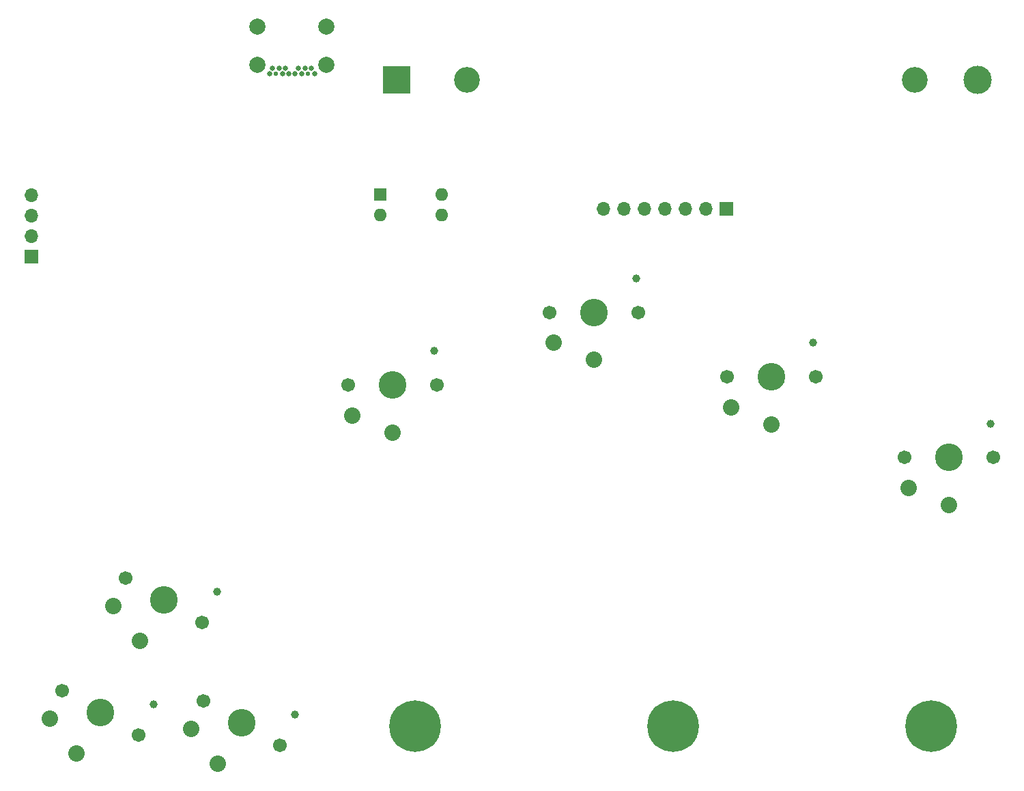
<source format=gbr>
%TF.GenerationSoftware,KiCad,Pcbnew,(5.99.0-9634-gb691c18bfc)*%
%TF.CreationDate,2021-03-09T21:57:38+01:00*%
%TF.ProjectId,keychordz,6b657963-686f-4726-947a-2e6b69636164,rev?*%
%TF.SameCoordinates,Original*%
%TF.FileFunction,Soldermask,Bot*%
%TF.FilePolarity,Negative*%
%FSLAX46Y46*%
G04 Gerber Fmt 4.6, Leading zero omitted, Abs format (unit mm)*
G04 Created by KiCad (PCBNEW (5.99.0-9634-gb691c18bfc)) date 2021-03-09 21:57:38*
%MOMM*%
%LPD*%
G01*
G04 APERTURE LIST*
%ADD10C,0.650000*%
%ADD11C,0.550000*%
%ADD12C,2.010000*%
%ADD13C,6.400000*%
%ADD14C,0.800000*%
%ADD15R,1.600000X1.600000*%
%ADD16O,1.600000X1.600000*%
%ADD17C,3.429000*%
%ADD18C,1.701800*%
%ADD19C,0.990600*%
%ADD20C,2.032000*%
%ADD21R,1.700000X1.700000*%
%ADD22O,1.700000X1.700000*%
%ADD23C,3.200000*%
%ADD24R,3.500000X3.500000*%
%ADD25C,3.500000*%
G04 APERTURE END LIST*
D10*
%TO.C,J1*%
X43936000Y-22130000D03*
X44336000Y-21420000D03*
X45136000Y-21420000D03*
X45536000Y-22130000D03*
X45936000Y-21420000D03*
X46336000Y-22130000D03*
X47136000Y-22130000D03*
X47536000Y-21420000D03*
X47936000Y-22130000D03*
X48336000Y-21420000D03*
X49136000Y-21420000D03*
X49536000Y-22130000D03*
D11*
X44736000Y-22130000D03*
X48736000Y-22130000D03*
D12*
X51006000Y-20980000D03*
X42466000Y-20980000D03*
X51006000Y-16250000D03*
X42466000Y-16250000D03*
%TD*%
D13*
%TO.C,MNT1*%
X62000000Y-103000000D03*
D14*
X59600000Y-103000000D03*
X60302944Y-104697056D03*
X62000000Y-105400000D03*
X64400000Y-103000000D03*
X60302944Y-101302944D03*
X63697056Y-104697056D03*
X63697056Y-101302944D03*
X62000000Y-100600000D03*
%TD*%
D15*
%TO.C,SW9*%
X57658000Y-37084000D03*
D16*
X57658000Y-39624000D03*
X65278000Y-39624000D03*
X65278000Y-37084000D03*
%TD*%
D17*
%TO.C,SW1*%
X22968000Y-101346000D03*
D18*
X27731140Y-104096000D03*
D19*
X29588653Y-100318693D03*
D18*
X18204860Y-98596000D03*
D20*
X20018000Y-106455550D03*
X16737873Y-102136897D03*
%TD*%
D18*
%TO.C,SW5*%
X89682000Y-51689000D03*
X78682000Y-51689000D03*
D19*
X89402000Y-47489000D03*
D17*
X84182000Y-51689000D03*
D20*
X84182000Y-57589000D03*
X79182000Y-55489000D03*
%TD*%
D18*
%TO.C,SW6*%
X133682000Y-69689000D03*
X122682000Y-69689000D03*
D19*
X133402000Y-65489000D03*
D17*
X128182000Y-69689000D03*
D20*
X128182000Y-75589000D03*
X123182000Y-73489000D03*
%TD*%
D18*
%TO.C,SW2*%
X35730860Y-99866000D03*
X45257140Y-105366000D03*
D19*
X47114653Y-101588693D03*
D17*
X40494000Y-102616000D03*
D20*
X37544000Y-107725550D03*
X34263873Y-103406897D03*
%TD*%
D21*
%TO.C,J2*%
X14400000Y-44780000D03*
D22*
X14400000Y-42240000D03*
X14400000Y-39700000D03*
X14400000Y-37160000D03*
%TD*%
D14*
%TO.C,MNT3*%
X127697056Y-104697056D03*
X123600000Y-103000000D03*
X124302944Y-104697056D03*
X124302944Y-101302944D03*
X126000000Y-105400000D03*
X126000000Y-100600000D03*
X128400000Y-103000000D03*
D13*
X126000000Y-103000000D03*
D14*
X127697056Y-101302944D03*
%TD*%
D18*
%TO.C,SW7*%
X100682000Y-59689000D03*
D17*
X106182000Y-59689000D03*
D18*
X111682000Y-59689000D03*
D19*
X111402000Y-55489000D03*
D20*
X106182000Y-65589000D03*
X101182000Y-63489000D03*
%TD*%
D18*
%TO.C,SW3*%
X26078860Y-84626000D03*
X35605140Y-90126000D03*
D17*
X30842000Y-87376000D03*
D19*
X37462653Y-86348693D03*
D20*
X27892000Y-92485550D03*
X24611873Y-88166897D03*
%TD*%
D14*
%TO.C,MNT2*%
X96400000Y-103000000D03*
X94000000Y-105400000D03*
X92302944Y-104697056D03*
X92302944Y-101302944D03*
X94000000Y-100600000D03*
X91600000Y-103000000D03*
D13*
X94000000Y-103000000D03*
D14*
X95697056Y-101302944D03*
X95697056Y-104697056D03*
%TD*%
D23*
%TO.C,BT1*%
X68403000Y-22860000D03*
X124013000Y-22860000D03*
D24*
X59758000Y-22860000D03*
D25*
X131758000Y-22860000D03*
%TD*%
D17*
%TO.C,SW4*%
X59182000Y-60689000D03*
D19*
X64402000Y-56489000D03*
D18*
X53682000Y-60689000D03*
X64682000Y-60689000D03*
D20*
X59182000Y-66589000D03*
X54182000Y-64489000D03*
%TD*%
D21*
%TO.C,J3*%
X100640000Y-38900000D03*
D22*
X98100000Y-38900000D03*
X95560000Y-38900000D03*
X93020000Y-38900000D03*
X90480000Y-38900000D03*
X87940000Y-38900000D03*
X85400000Y-38900000D03*
%TD*%
M02*

</source>
